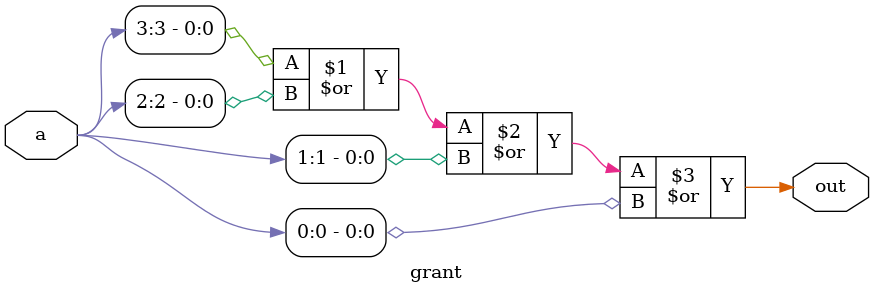
<source format=v>
module grant(
input [3:0]a,
output out);

or a1(out,a[3],a[2],a[1],a[0]);
endmodule
</source>
